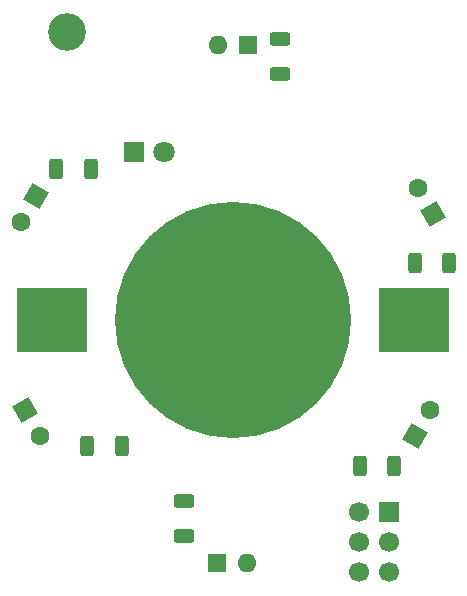
<source format=gbr>
%TF.GenerationSoftware,KiCad,Pcbnew,9.0.4*%
%TF.CreationDate,2025-10-13T15:08:01-05:00*%
%TF.ProjectId,tplane2025,74706c61-6e65-4323-9032-352e6b696361,rev?*%
%TF.SameCoordinates,Original*%
%TF.FileFunction,Soldermask,Bot*%
%TF.FilePolarity,Negative*%
%FSLAX46Y46*%
G04 Gerber Fmt 4.6, Leading zero omitted, Abs format (unit mm)*
G04 Created by KiCad (PCBNEW 9.0.4) date 2025-10-13 15:08:01*
%MOMM*%
%LPD*%
G01*
G04 APERTURE LIST*
G04 Aperture macros list*
%AMRoundRect*
0 Rectangle with rounded corners*
0 $1 Rounding radius*
0 $2 $3 $4 $5 $6 $7 $8 $9 X,Y pos of 4 corners*
0 Add a 4 corners polygon primitive as box body*
4,1,4,$2,$3,$4,$5,$6,$7,$8,$9,$2,$3,0*
0 Add four circle primitives for the rounded corners*
1,1,$1+$1,$2,$3*
1,1,$1+$1,$4,$5*
1,1,$1+$1,$6,$7*
1,1,$1+$1,$8,$9*
0 Add four rect primitives between the rounded corners*
20,1,$1+$1,$2,$3,$4,$5,0*
20,1,$1+$1,$4,$5,$6,$7,0*
20,1,$1+$1,$6,$7,$8,$9,0*
20,1,$1+$1,$8,$9,$2,$3,0*%
%AMHorizOval*
0 Thick line with rounded ends*
0 $1 width*
0 $2 $3 position (X,Y) of the first rounded end (center of the circle)*
0 $4 $5 position (X,Y) of the second rounded end (center of the circle)*
0 Add line between two ends*
20,1,$1,$2,$3,$4,$5,0*
0 Add two circle primitives to create the rounded ends*
1,1,$1,$2,$3*
1,1,$1,$4,$5*%
%AMRotRect*
0 Rectangle, with rotation*
0 The origin of the aperture is its center*
0 $1 length*
0 $2 width*
0 $3 Rotation angle, in degrees counterclockwise*
0 Add horizontal line*
21,1,$1,$2,0,0,$3*%
G04 Aperture macros list end*
%ADD10R,6.000000X5.500000*%
%ADD11C,20.000000*%
%ADD12RoundRect,0.250000X0.312500X0.625000X-0.312500X0.625000X-0.312500X-0.625000X0.312500X-0.625000X0*%
%ADD13R,1.800000X1.800000*%
%ADD14C,1.800000*%
%ADD15RotRect,1.600000X1.600000X300.000000*%
%ADD16HorizOval,1.600000X0.000000X0.000000X0.000000X0.000000X0*%
%ADD17RotRect,1.600000X1.600000X120.000000*%
%ADD18HorizOval,1.600000X0.000000X0.000000X0.000000X0.000000X0*%
%ADD19R,1.600000X1.600000*%
%ADD20O,1.600000X1.600000*%
%ADD21RoundRect,0.250000X-0.312500X-0.625000X0.312500X-0.625000X0.312500X0.625000X-0.312500X0.625000X0*%
%ADD22R,1.700000X1.700000*%
%ADD23C,1.700000*%
%ADD24C,3.200000*%
%ADD25RoundRect,0.250000X-0.625000X0.312500X-0.625000X-0.312500X0.625000X-0.312500X0.625000X0.312500X0*%
%ADD26RotRect,1.600000X1.600000X60.000000*%
%ADD27HorizOval,1.600000X0.000000X0.000000X0.000000X0.000000X0*%
%ADD28RotRect,1.600000X1.600000X240.000000*%
%ADD29HorizOval,1.600000X0.000000X0.000000X0.000000X0.000000X0*%
%ADD30RoundRect,0.250000X0.625000X-0.312500X0.625000X0.312500X-0.625000X0.312500X-0.625000X-0.312500X0*%
G04 APERTURE END LIST*
D10*
%TO.C,BT1*%
X162790000Y-79420000D03*
X132190000Y-79420000D03*
D11*
X147490000Y-79420000D03*
%TD*%
D12*
%TO.C,R18*%
X138072500Y-90060000D03*
X135147500Y-90060000D03*
%TD*%
D13*
%TO.C,SW1*%
X139070000Y-65160000D03*
D14*
X141610000Y-65160000D03*
%TD*%
D15*
%TO.C,D6*%
X129900000Y-87020295D03*
D16*
X131170000Y-89220000D03*
%TD*%
D12*
%TO.C,R5*%
X135450000Y-66670000D03*
X132525000Y-66670000D03*
%TD*%
D17*
%TO.C,D3*%
X164411522Y-70460032D03*
D18*
X163141522Y-68260327D03*
%TD*%
D19*
%TO.C,D1*%
X146110000Y-100020000D03*
D20*
X148650000Y-100020000D03*
%TD*%
D21*
%TO.C,R3*%
X158200000Y-91750000D03*
X161125000Y-91750000D03*
%TD*%
%TO.C,R1*%
X162850000Y-74570000D03*
X165775000Y-74570000D03*
%TD*%
D22*
%TO.C,J3*%
X160710000Y-95650000D03*
D23*
X158170000Y-95650000D03*
X160710000Y-98190000D03*
X158170000Y-98190000D03*
X160710000Y-100730000D03*
X158170000Y-100730000D03*
%TD*%
D19*
%TO.C,D4*%
X148760000Y-56105000D03*
D20*
X146220000Y-56105000D03*
%TD*%
D24*
%TO.C,H1*%
X133400000Y-55070000D03*
%TD*%
D25*
%TO.C,R2*%
X143360000Y-94760000D03*
X143360000Y-97685000D03*
%TD*%
D26*
%TO.C,D2*%
X162851522Y-89245032D03*
D27*
X164121522Y-87045327D03*
%TD*%
D28*
%TO.C,D5*%
X130758479Y-68954969D03*
D29*
X129488479Y-71154674D03*
%TD*%
D30*
%TO.C,R4*%
X151460000Y-58570000D03*
X151460000Y-55645000D03*
%TD*%
M02*

</source>
